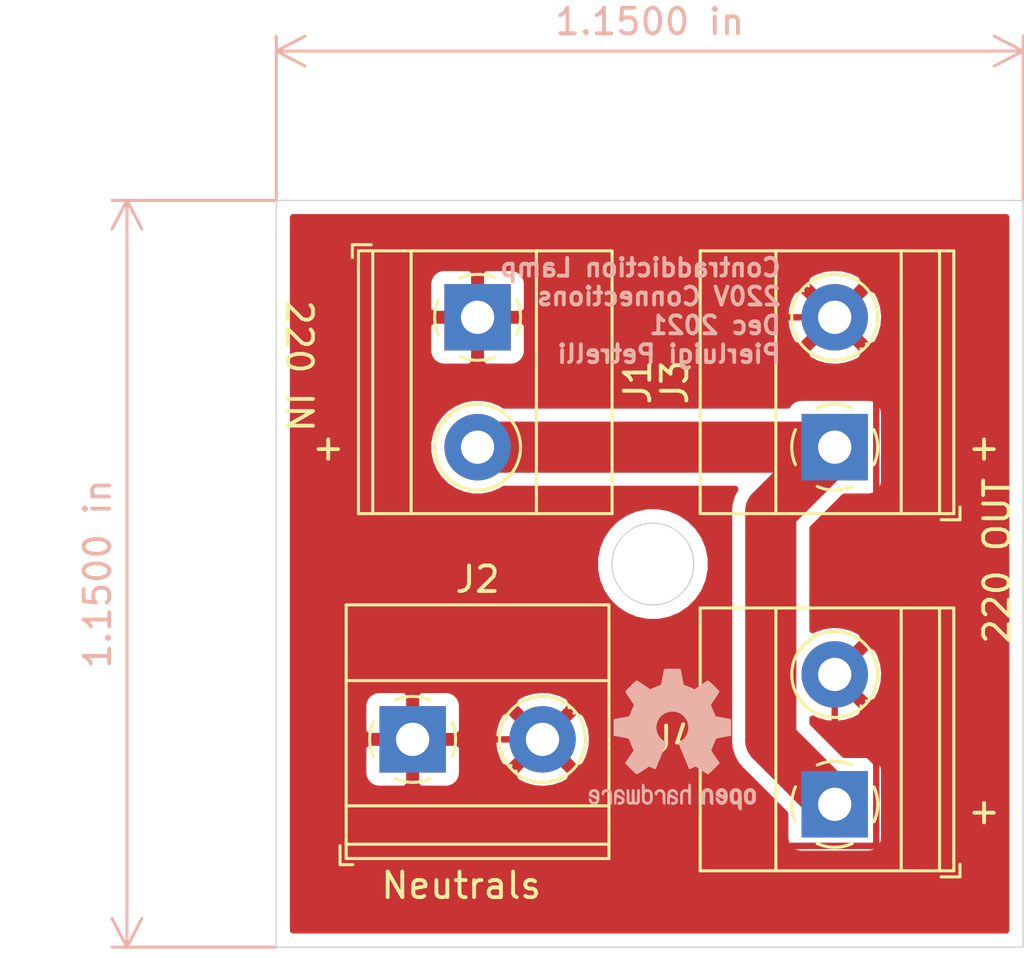
<source format=kicad_pcb>
(kicad_pcb (version 20171130) (host pcbnew "(5.1.12-1-10_14)")

  (general
    (thickness 1.6)
    (drawings 17)
    (tracks 15)
    (zones 0)
    (modules 5)
    (nets 3)
  )

  (page A4)
  (title_block
    (date 2021-12-04)
  )

  (layers
    (0 F.Cu signal)
    (31 B.Cu signal)
    (32 B.Adhes user)
    (33 F.Adhes user)
    (34 B.Paste user)
    (35 F.Paste user)
    (36 B.SilkS user)
    (37 F.SilkS user)
    (38 B.Mask user)
    (39 F.Mask user)
    (40 Dwgs.User user)
    (41 Cmts.User user)
    (42 Eco1.User user)
    (43 Eco2.User user)
    (44 Edge.Cuts user)
    (45 Margin user)
    (46 B.CrtYd user)
    (47 F.CrtYd user)
    (48 B.Fab user)
    (49 F.Fab user)
  )

  (setup
    (last_trace_width 2)
    (user_trace_width 1.25)
    (user_trace_width 2)
    (trace_clearance 0.2)
    (zone_clearance 0.508)
    (zone_45_only no)
    (trace_min 0.2)
    (via_size 0.8)
    (via_drill 0.4)
    (via_min_size 0.4)
    (via_min_drill 0.3)
    (uvia_size 0.3)
    (uvia_drill 0.1)
    (uvias_allowed no)
    (uvia_min_size 0.2)
    (uvia_min_drill 0.1)
    (edge_width 0.05)
    (segment_width 0.2)
    (pcb_text_width 0.3)
    (pcb_text_size 1.5 1.5)
    (mod_edge_width 0.12)
    (mod_text_size 1 1)
    (mod_text_width 0.15)
    (pad_size 1.524 1.524)
    (pad_drill 0.762)
    (pad_to_mask_clearance 0)
    (aux_axis_origin 0 0)
    (visible_elements FFFFFF7F)
    (pcbplotparams
      (layerselection 0x010fc_ffffffff)
      (usegerberextensions true)
      (usegerberattributes true)
      (usegerberadvancedattributes true)
      (creategerberjobfile true)
      (excludeedgelayer true)
      (linewidth 0.100000)
      (plotframeref false)
      (viasonmask false)
      (mode 1)
      (useauxorigin false)
      (hpglpennumber 1)
      (hpglpenspeed 20)
      (hpglpendiameter 15.000000)
      (psnegative false)
      (psa4output false)
      (plotreference true)
      (plotvalue true)
      (plotinvisibletext false)
      (padsonsilk false)
      (subtractmaskfromsilk false)
      (outputformat 1)
      (mirror false)
      (drillshape 0)
      (scaleselection 1)
      (outputdirectory "gerber/"))
  )

  (net 0 "")
  (net 1 /Line)
  (net 2 /Neutral)

  (net_class Default "This is the default net class."
    (clearance 0.2)
    (trace_width 0.25)
    (via_dia 0.8)
    (via_drill 0.4)
    (uvia_dia 0.3)
    (uvia_drill 0.1)
    (add_net /Line)
    (add_net /Neutral)
  )

  (module Symbol:OSHW-Logo2_7.3x6mm_SilkScreen (layer B.Cu) (tedit 0) (tstamp 61AC063E)
    (at 178.054 111.252 180)
    (descr "Open Source Hardware Symbol")
    (tags "Logo Symbol OSHW")
    (attr virtual)
    (fp_text reference REF** (at 0 0) (layer B.SilkS) hide
      (effects (font (size 1 1) (thickness 0.15)) (justify mirror))
    )
    (fp_text value OSHW-Logo2_7.3x6mm_SilkScreen (at 0.75 0) (layer B.Fab) hide
      (effects (font (size 1 1) (thickness 0.15)) (justify mirror))
    )
    (fp_poly (pts (xy -2.400256 -1.919918) (xy -2.344799 -1.947568) (xy -2.295852 -1.99848) (xy -2.282371 -2.017338)
      (xy -2.267686 -2.042015) (xy -2.258158 -2.068816) (xy -2.252707 -2.104587) (xy -2.250253 -2.156169)
      (xy -2.249714 -2.224267) (xy -2.252148 -2.317588) (xy -2.260606 -2.387657) (xy -2.276826 -2.439931)
      (xy -2.302546 -2.479869) (xy -2.339503 -2.512929) (xy -2.342218 -2.514886) (xy -2.37864 -2.534908)
      (xy -2.422498 -2.544815) (xy -2.478276 -2.547257) (xy -2.568952 -2.547257) (xy -2.56899 -2.635283)
      (xy -2.569834 -2.684308) (xy -2.574976 -2.713065) (xy -2.588413 -2.730311) (xy -2.614142 -2.744808)
      (xy -2.620321 -2.747769) (xy -2.649236 -2.761648) (xy -2.671624 -2.770414) (xy -2.688271 -2.771171)
      (xy -2.699964 -2.761023) (xy -2.70749 -2.737073) (xy -2.711634 -2.696426) (xy -2.713185 -2.636186)
      (xy -2.712929 -2.553455) (xy -2.711651 -2.445339) (xy -2.711252 -2.413) (xy -2.709815 -2.301524)
      (xy -2.708528 -2.228603) (xy -2.569029 -2.228603) (xy -2.568245 -2.290499) (xy -2.56476 -2.330997)
      (xy -2.556876 -2.357708) (xy -2.542895 -2.378244) (xy -2.533403 -2.38826) (xy -2.494596 -2.417567)
      (xy -2.460237 -2.419952) (xy -2.424784 -2.39575) (xy -2.423886 -2.394857) (xy -2.409461 -2.376153)
      (xy -2.400687 -2.350732) (xy -2.396261 -2.311584) (xy -2.394882 -2.251697) (xy -2.394857 -2.23843)
      (xy -2.398188 -2.155901) (xy -2.409031 -2.098691) (xy -2.42866 -2.063766) (xy -2.45835 -2.048094)
      (xy -2.475509 -2.046514) (xy -2.516234 -2.053926) (xy -2.544168 -2.07833) (xy -2.560983 -2.12298)
      (xy -2.56835 -2.19113) (xy -2.569029 -2.228603) (xy -2.708528 -2.228603) (xy -2.708292 -2.215245)
      (xy -2.706323 -2.150333) (xy -2.70355 -2.102958) (xy -2.699612 -2.06929) (xy -2.694151 -2.045498)
      (xy -2.686808 -2.027753) (xy -2.677223 -2.012224) (xy -2.673113 -2.006381) (xy -2.618595 -1.951185)
      (xy -2.549664 -1.91989) (xy -2.469928 -1.911165) (xy -2.400256 -1.919918)) (layer B.SilkS) (width 0.01))
    (fp_poly (pts (xy -1.283907 -1.92778) (xy -1.237328 -1.954723) (xy -1.204943 -1.981466) (xy -1.181258 -2.009484)
      (xy -1.164941 -2.043748) (xy -1.154661 -2.089227) (xy -1.149086 -2.150892) (xy -1.146884 -2.233711)
      (xy -1.146629 -2.293246) (xy -1.146629 -2.512391) (xy -1.208314 -2.540044) (xy -1.27 -2.567697)
      (xy -1.277257 -2.32767) (xy -1.280256 -2.238028) (xy -1.283402 -2.172962) (xy -1.287299 -2.128026)
      (xy -1.292553 -2.09877) (xy -1.299769 -2.080748) (xy -1.30955 -2.069511) (xy -1.312688 -2.067079)
      (xy -1.360239 -2.048083) (xy -1.408303 -2.0556) (xy -1.436914 -2.075543) (xy -1.448553 -2.089675)
      (xy -1.456609 -2.10822) (xy -1.461729 -2.136334) (xy -1.464559 -2.179173) (xy -1.465744 -2.241895)
      (xy -1.465943 -2.307261) (xy -1.465982 -2.389268) (xy -1.467386 -2.447316) (xy -1.472086 -2.486465)
      (xy -1.482013 -2.51178) (xy -1.499097 -2.528323) (xy -1.525268 -2.541156) (xy -1.560225 -2.554491)
      (xy -1.598404 -2.569007) (xy -1.593859 -2.311389) (xy -1.592029 -2.218519) (xy -1.589888 -2.149889)
      (xy -1.586819 -2.100711) (xy -1.582206 -2.066198) (xy -1.575432 -2.041562) (xy -1.565881 -2.022016)
      (xy -1.554366 -2.00477) (xy -1.49881 -1.94968) (xy -1.43102 -1.917822) (xy -1.357287 -1.910191)
      (xy -1.283907 -1.92778)) (layer B.SilkS) (width 0.01))
    (fp_poly (pts (xy -2.958885 -1.921962) (xy -2.890855 -1.957733) (xy -2.840649 -2.015301) (xy -2.822815 -2.052312)
      (xy -2.808937 -2.107882) (xy -2.801833 -2.178096) (xy -2.80116 -2.254727) (xy -2.806573 -2.329552)
      (xy -2.81773 -2.394342) (xy -2.834286 -2.440873) (xy -2.839374 -2.448887) (xy -2.899645 -2.508707)
      (xy -2.971231 -2.544535) (xy -3.048908 -2.55502) (xy -3.127452 -2.53881) (xy -3.149311 -2.529092)
      (xy -3.191878 -2.499143) (xy -3.229237 -2.459433) (xy -3.232768 -2.454397) (xy -3.247119 -2.430124)
      (xy -3.256606 -2.404178) (xy -3.26221 -2.370022) (xy -3.264914 -2.321119) (xy -3.265701 -2.250935)
      (xy -3.265714 -2.2352) (xy -3.265678 -2.230192) (xy -3.120571 -2.230192) (xy -3.119727 -2.29643)
      (xy -3.116404 -2.340386) (xy -3.109417 -2.368779) (xy -3.097584 -2.388325) (xy -3.091543 -2.394857)
      (xy -3.056814 -2.41968) (xy -3.023097 -2.418548) (xy -2.989005 -2.397016) (xy -2.968671 -2.374029)
      (xy -2.956629 -2.340478) (xy -2.949866 -2.287569) (xy -2.949402 -2.281399) (xy -2.948248 -2.185513)
      (xy -2.960312 -2.114299) (xy -2.98543 -2.068194) (xy -3.02344 -2.047635) (xy -3.037008 -2.046514)
      (xy -3.072636 -2.052152) (xy -3.097006 -2.071686) (xy -3.111907 -2.109042) (xy -3.119125 -2.16815)
      (xy -3.120571 -2.230192) (xy -3.265678 -2.230192) (xy -3.265174 -2.160413) (xy -3.262904 -2.108159)
      (xy -3.257932 -2.071949) (xy -3.249287 -2.045299) (xy -3.235995 -2.021722) (xy -3.233057 -2.017338)
      (xy -3.183687 -1.958249) (xy -3.129891 -1.923947) (xy -3.064398 -1.910331) (xy -3.042158 -1.909665)
      (xy -2.958885 -1.921962)) (layer B.SilkS) (width 0.01))
    (fp_poly (pts (xy -1.831697 -1.931239) (xy -1.774473 -1.969735) (xy -1.730251 -2.025335) (xy -1.703833 -2.096086)
      (xy -1.69849 -2.148162) (xy -1.699097 -2.169893) (xy -1.704178 -2.186531) (xy -1.718145 -2.201437)
      (xy -1.745411 -2.217973) (xy -1.790388 -2.239498) (xy -1.857489 -2.269374) (xy -1.857829 -2.269524)
      (xy -1.919593 -2.297813) (xy -1.970241 -2.322933) (xy -2.004596 -2.342179) (xy -2.017482 -2.352848)
      (xy -2.017486 -2.352934) (xy -2.006128 -2.376166) (xy -1.979569 -2.401774) (xy -1.949077 -2.420221)
      (xy -1.93363 -2.423886) (xy -1.891485 -2.411212) (xy -1.855192 -2.379471) (xy -1.837483 -2.344572)
      (xy -1.820448 -2.318845) (xy -1.787078 -2.289546) (xy -1.747851 -2.264235) (xy -1.713244 -2.250471)
      (xy -1.706007 -2.249714) (xy -1.697861 -2.26216) (xy -1.69737 -2.293972) (xy -1.703357 -2.336866)
      (xy -1.714643 -2.382558) (xy -1.73005 -2.422761) (xy -1.730829 -2.424322) (xy -1.777196 -2.489062)
      (xy -1.837289 -2.533097) (xy -1.905535 -2.554711) (xy -1.976362 -2.552185) (xy -2.044196 -2.523804)
      (xy -2.047212 -2.521808) (xy -2.100573 -2.473448) (xy -2.13566 -2.410352) (xy -2.155078 -2.327387)
      (xy -2.157684 -2.304078) (xy -2.162299 -2.194055) (xy -2.156767 -2.142748) (xy -2.017486 -2.142748)
      (xy -2.015676 -2.174753) (xy -2.005778 -2.184093) (xy -1.981102 -2.177105) (xy -1.942205 -2.160587)
      (xy -1.898725 -2.139881) (xy -1.897644 -2.139333) (xy -1.860791 -2.119949) (xy -1.846 -2.107013)
      (xy -1.849647 -2.093451) (xy -1.865005 -2.075632) (xy -1.904077 -2.049845) (xy -1.946154 -2.04795)
      (xy -1.983897 -2.066717) (xy -2.009966 -2.102915) (xy -2.017486 -2.142748) (xy -2.156767 -2.142748)
      (xy -2.152806 -2.106027) (xy -2.12845 -2.036212) (xy -2.094544 -1.987302) (xy -2.033347 -1.937878)
      (xy -1.965937 -1.913359) (xy -1.89712 -1.911797) (xy -1.831697 -1.931239)) (layer B.SilkS) (width 0.01))
    (fp_poly (pts (xy -0.624114 -1.851289) (xy -0.619861 -1.910613) (xy -0.614975 -1.945572) (xy -0.608205 -1.96082)
      (xy -0.598298 -1.961015) (xy -0.595086 -1.959195) (xy -0.552356 -1.946015) (xy -0.496773 -1.946785)
      (xy -0.440263 -1.960333) (xy -0.404918 -1.977861) (xy -0.368679 -2.005861) (xy -0.342187 -2.037549)
      (xy -0.324001 -2.077813) (xy -0.312678 -2.131543) (xy -0.306778 -2.203626) (xy -0.304857 -2.298951)
      (xy -0.304823 -2.317237) (xy -0.3048 -2.522646) (xy -0.350509 -2.53858) (xy -0.382973 -2.54942)
      (xy -0.400785 -2.554468) (xy -0.401309 -2.554514) (xy -0.403063 -2.540828) (xy -0.404556 -2.503076)
      (xy -0.405674 -2.446224) (xy -0.406303 -2.375234) (xy -0.4064 -2.332073) (xy -0.406602 -2.246973)
      (xy -0.407642 -2.185981) (xy -0.410169 -2.144177) (xy -0.414836 -2.116642) (xy -0.422293 -2.098456)
      (xy -0.433189 -2.084698) (xy -0.439993 -2.078073) (xy -0.486728 -2.051375) (xy -0.537728 -2.049375)
      (xy -0.583999 -2.071955) (xy -0.592556 -2.080107) (xy -0.605107 -2.095436) (xy -0.613812 -2.113618)
      (xy -0.619369 -2.139909) (xy -0.622474 -2.179562) (xy -0.623824 -2.237832) (xy -0.624114 -2.318173)
      (xy -0.624114 -2.522646) (xy -0.669823 -2.53858) (xy -0.702287 -2.54942) (xy -0.720099 -2.554468)
      (xy -0.720623 -2.554514) (xy -0.721963 -2.540623) (xy -0.723172 -2.501439) (xy -0.724199 -2.4407)
      (xy -0.724998 -2.362141) (xy -0.725519 -2.269498) (xy -0.725714 -2.166509) (xy -0.725714 -1.769342)
      (xy -0.678543 -1.749444) (xy -0.631371 -1.729547) (xy -0.624114 -1.851289)) (layer B.SilkS) (width 0.01))
    (fp_poly (pts (xy 0.039744 -1.950968) (xy 0.096616 -1.972087) (xy 0.097267 -1.972493) (xy 0.13244 -1.99838)
      (xy 0.158407 -2.028633) (xy 0.17667 -2.068058) (xy 0.188732 -2.121462) (xy 0.196096 -2.193651)
      (xy 0.200264 -2.289432) (xy 0.200629 -2.303078) (xy 0.205876 -2.508842) (xy 0.161716 -2.531678)
      (xy 0.129763 -2.54711) (xy 0.11047 -2.554423) (xy 0.109578 -2.554514) (xy 0.106239 -2.541022)
      (xy 0.103587 -2.504626) (xy 0.101956 -2.451452) (xy 0.1016 -2.408393) (xy 0.101592 -2.338641)
      (xy 0.098403 -2.294837) (xy 0.087288 -2.273944) (xy 0.063501 -2.272925) (xy 0.022296 -2.288741)
      (xy -0.039914 -2.317815) (xy -0.085659 -2.341963) (xy -0.109187 -2.362913) (xy -0.116104 -2.385747)
      (xy -0.116114 -2.386877) (xy -0.104701 -2.426212) (xy -0.070908 -2.447462) (xy -0.019191 -2.450539)
      (xy 0.018061 -2.450006) (xy 0.037703 -2.460735) (xy 0.049952 -2.486505) (xy 0.057002 -2.519337)
      (xy 0.046842 -2.537966) (xy 0.043017 -2.540632) (xy 0.007001 -2.55134) (xy -0.043434 -2.552856)
      (xy -0.095374 -2.545759) (xy -0.132178 -2.532788) (xy -0.183062 -2.489585) (xy -0.211986 -2.429446)
      (xy -0.217714 -2.382462) (xy -0.213343 -2.340082) (xy -0.197525 -2.305488) (xy -0.166203 -2.274763)
      (xy -0.115322 -2.24399) (xy -0.040824 -2.209252) (xy -0.036286 -2.207288) (xy 0.030821 -2.176287)
      (xy 0.072232 -2.150862) (xy 0.089981 -2.128014) (xy 0.086107 -2.104745) (xy 0.062643 -2.078056)
      (xy 0.055627 -2.071914) (xy 0.00863 -2.0481) (xy -0.040067 -2.049103) (xy -0.082478 -2.072451)
      (xy -0.110616 -2.115675) (xy -0.113231 -2.12416) (xy -0.138692 -2.165308) (xy -0.170999 -2.185128)
      (xy -0.217714 -2.20477) (xy -0.217714 -2.15395) (xy -0.203504 -2.080082) (xy -0.161325 -2.012327)
      (xy -0.139376 -1.989661) (xy -0.089483 -1.960569) (xy -0.026033 -1.9474) (xy 0.039744 -1.950968)) (layer B.SilkS) (width 0.01))
    (fp_poly (pts (xy 0.529926 -1.949755) (xy 0.595858 -1.974084) (xy 0.649273 -2.017117) (xy 0.670164 -2.047409)
      (xy 0.692939 -2.102994) (xy 0.692466 -2.143186) (xy 0.668562 -2.170217) (xy 0.659717 -2.174813)
      (xy 0.62153 -2.189144) (xy 0.602028 -2.185472) (xy 0.595422 -2.161407) (xy 0.595086 -2.148114)
      (xy 0.582992 -2.09921) (xy 0.551471 -2.064999) (xy 0.507659 -2.048476) (xy 0.458695 -2.052634)
      (xy 0.418894 -2.074227) (xy 0.40545 -2.086544) (xy 0.395921 -2.101487) (xy 0.389485 -2.124075)
      (xy 0.385317 -2.159328) (xy 0.382597 -2.212266) (xy 0.380502 -2.287907) (xy 0.37996 -2.311857)
      (xy 0.377981 -2.39379) (xy 0.375731 -2.451455) (xy 0.372357 -2.489608) (xy 0.367006 -2.513004)
      (xy 0.358824 -2.526398) (xy 0.346959 -2.534545) (xy 0.339362 -2.538144) (xy 0.307102 -2.550452)
      (xy 0.288111 -2.554514) (xy 0.281836 -2.540948) (xy 0.278006 -2.499934) (xy 0.2766 -2.430999)
      (xy 0.277598 -2.333669) (xy 0.277908 -2.318657) (xy 0.280101 -2.229859) (xy 0.282693 -2.165019)
      (xy 0.286382 -2.119067) (xy 0.291864 -2.086935) (xy 0.299835 -2.063553) (xy 0.310993 -2.043852)
      (xy 0.31683 -2.03541) (xy 0.350296 -1.998057) (xy 0.387727 -1.969003) (xy 0.392309 -1.966467)
      (xy 0.459426 -1.946443) (xy 0.529926 -1.949755)) (layer B.SilkS) (width 0.01))
    (fp_poly (pts (xy 1.190117 -2.065358) (xy 1.189933 -2.173837) (xy 1.189219 -2.257287) (xy 1.187675 -2.319704)
      (xy 1.185001 -2.365085) (xy 1.180894 -2.397429) (xy 1.175055 -2.420733) (xy 1.167182 -2.438995)
      (xy 1.161221 -2.449418) (xy 1.111855 -2.505945) (xy 1.049264 -2.541377) (xy 0.980013 -2.55409)
      (xy 0.910668 -2.542463) (xy 0.869375 -2.521568) (xy 0.826025 -2.485422) (xy 0.796481 -2.441276)
      (xy 0.778655 -2.383462) (xy 0.770463 -2.306313) (xy 0.769302 -2.249714) (xy 0.769458 -2.245647)
      (xy 0.870857 -2.245647) (xy 0.871476 -2.31055) (xy 0.874314 -2.353514) (xy 0.88084 -2.381622)
      (xy 0.892523 -2.401953) (xy 0.906483 -2.417288) (xy 0.953365 -2.44689) (xy 1.003701 -2.449419)
      (xy 1.051276 -2.424705) (xy 1.054979 -2.421356) (xy 1.070783 -2.403935) (xy 1.080693 -2.383209)
      (xy 1.086058 -2.352362) (xy 1.088228 -2.304577) (xy 1.088571 -2.251748) (xy 1.087827 -2.185381)
      (xy 1.084748 -2.141106) (xy 1.078061 -2.112009) (xy 1.066496 -2.091173) (xy 1.057013 -2.080107)
      (xy 1.01296 -2.052198) (xy 0.962224 -2.048843) (xy 0.913796 -2.070159) (xy 0.90445 -2.078073)
      (xy 0.88854 -2.095647) (xy 0.87861 -2.116587) (xy 0.873278 -2.147782) (xy 0.871163 -2.196122)
      (xy 0.870857 -2.245647) (xy 0.769458 -2.245647) (xy 0.77281 -2.158568) (xy 0.784726 -2.090086)
      (xy 0.807135 -2.0386) (xy 0.842124 -1.998443) (xy 0.869375 -1.977861) (xy 0.918907 -1.955625)
      (xy 0.976316 -1.945304) (xy 1.029682 -1.948067) (xy 1.059543 -1.959212) (xy 1.071261 -1.962383)
      (xy 1.079037 -1.950557) (xy 1.084465 -1.918866) (xy 1.088571 -1.870593) (xy 1.093067 -1.816829)
      (xy 1.099313 -1.784482) (xy 1.110676 -1.765985) (xy 1.130528 -1.75377) (xy 1.143 -1.748362)
      (xy 1.190171 -1.728601) (xy 1.190117 -2.065358)) (layer B.SilkS) (width 0.01))
    (fp_poly (pts (xy 1.779833 -1.958663) (xy 1.782048 -1.99685) (xy 1.783784 -2.054886) (xy 1.784899 -2.12818)
      (xy 1.785257 -2.205055) (xy 1.785257 -2.465196) (xy 1.739326 -2.511127) (xy 1.707675 -2.539429)
      (xy 1.67989 -2.550893) (xy 1.641915 -2.550168) (xy 1.62684 -2.548321) (xy 1.579726 -2.542948)
      (xy 1.540756 -2.539869) (xy 1.531257 -2.539585) (xy 1.499233 -2.541445) (xy 1.453432 -2.546114)
      (xy 1.435674 -2.548321) (xy 1.392057 -2.551735) (xy 1.362745 -2.54432) (xy 1.33368 -2.521427)
      (xy 1.323188 -2.511127) (xy 1.277257 -2.465196) (xy 1.277257 -1.978602) (xy 1.314226 -1.961758)
      (xy 1.346059 -1.949282) (xy 1.364683 -1.944914) (xy 1.369458 -1.958718) (xy 1.373921 -1.997286)
      (xy 1.377775 -2.056356) (xy 1.380722 -2.131663) (xy 1.382143 -2.195286) (xy 1.386114 -2.445657)
      (xy 1.420759 -2.450556) (xy 1.452268 -2.447131) (xy 1.467708 -2.436041) (xy 1.472023 -2.415308)
      (xy 1.475708 -2.371145) (xy 1.478469 -2.309146) (xy 1.480012 -2.234909) (xy 1.480235 -2.196706)
      (xy 1.480457 -1.976783) (xy 1.526166 -1.960849) (xy 1.558518 -1.950015) (xy 1.576115 -1.944962)
      (xy 1.576623 -1.944914) (xy 1.578388 -1.958648) (xy 1.580329 -1.99673) (xy 1.582282 -2.054482)
      (xy 1.584084 -2.127227) (xy 1.585343 -2.195286) (xy 1.589314 -2.445657) (xy 1.6764 -2.445657)
      (xy 1.680396 -2.21724) (xy 1.684392 -1.988822) (xy 1.726847 -1.966868) (xy 1.758192 -1.951793)
      (xy 1.776744 -1.944951) (xy 1.777279 -1.944914) (xy 1.779833 -1.958663)) (layer B.SilkS) (width 0.01))
    (fp_poly (pts (xy 2.144876 -1.956335) (xy 2.186667 -1.975344) (xy 2.219469 -1.998378) (xy 2.243503 -2.024133)
      (xy 2.260097 -2.057358) (xy 2.270577 -2.1028) (xy 2.276271 -2.165207) (xy 2.278507 -2.249327)
      (xy 2.278743 -2.304721) (xy 2.278743 -2.520826) (xy 2.241774 -2.53767) (xy 2.212656 -2.549981)
      (xy 2.198231 -2.554514) (xy 2.195472 -2.541025) (xy 2.193282 -2.504653) (xy 2.191942 -2.451542)
      (xy 2.191657 -2.409372) (xy 2.190434 -2.348447) (xy 2.187136 -2.300115) (xy 2.182321 -2.270518)
      (xy 2.178496 -2.264229) (xy 2.152783 -2.270652) (xy 2.112418 -2.287125) (xy 2.065679 -2.309458)
      (xy 2.020845 -2.333457) (xy 1.986193 -2.35493) (xy 1.970002 -2.369685) (xy 1.969938 -2.369845)
      (xy 1.97133 -2.397152) (xy 1.983818 -2.423219) (xy 2.005743 -2.444392) (xy 2.037743 -2.451474)
      (xy 2.065092 -2.450649) (xy 2.103826 -2.450042) (xy 2.124158 -2.459116) (xy 2.136369 -2.483092)
      (xy 2.137909 -2.487613) (xy 2.143203 -2.521806) (xy 2.129047 -2.542568) (xy 2.092148 -2.552462)
      (xy 2.052289 -2.554292) (xy 1.980562 -2.540727) (xy 1.943432 -2.521355) (xy 1.897576 -2.475845)
      (xy 1.873256 -2.419983) (xy 1.871073 -2.360957) (xy 1.891629 -2.305953) (xy 1.922549 -2.271486)
      (xy 1.95342 -2.252189) (xy 2.001942 -2.227759) (xy 2.058485 -2.202985) (xy 2.06791 -2.199199)
      (xy 2.130019 -2.171791) (xy 2.165822 -2.147634) (xy 2.177337 -2.123619) (xy 2.16658 -2.096635)
      (xy 2.148114 -2.075543) (xy 2.104469 -2.049572) (xy 2.056446 -2.047624) (xy 2.012406 -2.067637)
      (xy 1.980709 -2.107551) (xy 1.976549 -2.117848) (xy 1.952327 -2.155724) (xy 1.916965 -2.183842)
      (xy 1.872343 -2.206917) (xy 1.872343 -2.141485) (xy 1.874969 -2.101506) (xy 1.88623 -2.069997)
      (xy 1.911199 -2.036378) (xy 1.935169 -2.010484) (xy 1.972441 -1.973817) (xy 2.001401 -1.954121)
      (xy 2.032505 -1.94622) (xy 2.067713 -1.944914) (xy 2.144876 -1.956335)) (layer B.SilkS) (width 0.01))
    (fp_poly (pts (xy 2.6526 -1.958752) (xy 2.669948 -1.966334) (xy 2.711356 -1.999128) (xy 2.746765 -2.046547)
      (xy 2.768664 -2.097151) (xy 2.772229 -2.122098) (xy 2.760279 -2.156927) (xy 2.734067 -2.175357)
      (xy 2.705964 -2.186516) (xy 2.693095 -2.188572) (xy 2.686829 -2.173649) (xy 2.674456 -2.141175)
      (xy 2.669028 -2.126502) (xy 2.63859 -2.075744) (xy 2.59452 -2.050427) (xy 2.53801 -2.051206)
      (xy 2.533825 -2.052203) (xy 2.503655 -2.066507) (xy 2.481476 -2.094393) (xy 2.466327 -2.139287)
      (xy 2.45725 -2.204615) (xy 2.453286 -2.293804) (xy 2.452914 -2.341261) (xy 2.45273 -2.416071)
      (xy 2.451522 -2.467069) (xy 2.448309 -2.499471) (xy 2.442109 -2.518495) (xy 2.43194 -2.529356)
      (xy 2.416819 -2.537272) (xy 2.415946 -2.53767) (xy 2.386828 -2.549981) (xy 2.372403 -2.554514)
      (xy 2.370186 -2.540809) (xy 2.368289 -2.502925) (xy 2.366847 -2.445715) (xy 2.365998 -2.374027)
      (xy 2.365829 -2.321565) (xy 2.366692 -2.220047) (xy 2.37007 -2.143032) (xy 2.377142 -2.086023)
      (xy 2.389088 -2.044526) (xy 2.40709 -2.014043) (xy 2.432327 -1.99008) (xy 2.457247 -1.973355)
      (xy 2.517171 -1.951097) (xy 2.586911 -1.946076) (xy 2.6526 -1.958752)) (layer B.SilkS) (width 0.01))
    (fp_poly (pts (xy 3.153595 -1.966966) (xy 3.211021 -2.004497) (xy 3.238719 -2.038096) (xy 3.260662 -2.099064)
      (xy 3.262405 -2.147308) (xy 3.258457 -2.211816) (xy 3.109686 -2.276934) (xy 3.037349 -2.310202)
      (xy 2.990084 -2.336964) (xy 2.965507 -2.360144) (xy 2.961237 -2.382667) (xy 2.974889 -2.407455)
      (xy 2.989943 -2.423886) (xy 3.033746 -2.450235) (xy 3.081389 -2.452081) (xy 3.125145 -2.431546)
      (xy 3.157289 -2.390752) (xy 3.163038 -2.376347) (xy 3.190576 -2.331356) (xy 3.222258 -2.312182)
      (xy 3.265714 -2.295779) (xy 3.265714 -2.357966) (xy 3.261872 -2.400283) (xy 3.246823 -2.435969)
      (xy 3.21528 -2.476943) (xy 3.210592 -2.482267) (xy 3.175506 -2.51872) (xy 3.145347 -2.538283)
      (xy 3.107615 -2.547283) (xy 3.076335 -2.55023) (xy 3.020385 -2.550965) (xy 2.980555 -2.54166)
      (xy 2.955708 -2.527846) (xy 2.916656 -2.497467) (xy 2.889625 -2.464613) (xy 2.872517 -2.423294)
      (xy 2.863238 -2.367521) (xy 2.859693 -2.291305) (xy 2.85941 -2.252622) (xy 2.860372 -2.206247)
      (xy 2.948007 -2.206247) (xy 2.949023 -2.231126) (xy 2.951556 -2.2352) (xy 2.968274 -2.229665)
      (xy 3.004249 -2.215017) (xy 3.052331 -2.19419) (xy 3.062386 -2.189714) (xy 3.123152 -2.158814)
      (xy 3.156632 -2.131657) (xy 3.16399 -2.10622) (xy 3.146391 -2.080481) (xy 3.131856 -2.069109)
      (xy 3.07941 -2.046364) (xy 3.030322 -2.050122) (xy 2.989227 -2.077884) (xy 2.960758 -2.127152)
      (xy 2.951631 -2.166257) (xy 2.948007 -2.206247) (xy 2.860372 -2.206247) (xy 2.861285 -2.162249)
      (xy 2.868196 -2.095384) (xy 2.881884 -2.046695) (xy 2.904096 -2.010849) (xy 2.936574 -1.982513)
      (xy 2.950733 -1.973355) (xy 3.015053 -1.949507) (xy 3.085473 -1.948006) (xy 3.153595 -1.966966)) (layer B.SilkS) (width 0.01))
    (fp_poly (pts (xy 0.10391 2.757652) (xy 0.182454 2.757222) (xy 0.239298 2.756058) (xy 0.278105 2.753793)
      (xy 0.302538 2.75006) (xy 0.316262 2.744494) (xy 0.32294 2.736727) (xy 0.326236 2.726395)
      (xy 0.326556 2.725057) (xy 0.331562 2.700921) (xy 0.340829 2.653299) (xy 0.353392 2.587259)
      (xy 0.368287 2.507872) (xy 0.384551 2.420204) (xy 0.385119 2.417125) (xy 0.40141 2.331211)
      (xy 0.416652 2.255304) (xy 0.429861 2.193955) (xy 0.440054 2.151718) (xy 0.446248 2.133145)
      (xy 0.446543 2.132816) (xy 0.464788 2.123747) (xy 0.502405 2.108633) (xy 0.551271 2.090738)
      (xy 0.551543 2.090642) (xy 0.613093 2.067507) (xy 0.685657 2.038035) (xy 0.754057 2.008403)
      (xy 0.757294 2.006938) (xy 0.868702 1.956374) (xy 1.115399 2.12484) (xy 1.191077 2.176197)
      (xy 1.259631 2.222111) (xy 1.317088 2.25997) (xy 1.359476 2.287163) (xy 1.382825 2.301079)
      (xy 1.385042 2.302111) (xy 1.40201 2.297516) (xy 1.433701 2.275345) (xy 1.481352 2.234553)
      (xy 1.546198 2.174095) (xy 1.612397 2.109773) (xy 1.676214 2.046388) (xy 1.733329 1.988549)
      (xy 1.780305 1.939825) (xy 1.813703 1.90379) (xy 1.830085 1.884016) (xy 1.830694 1.882998)
      (xy 1.832505 1.869428) (xy 1.825683 1.847267) (xy 1.80854 1.813522) (xy 1.779393 1.7652)
      (xy 1.736555 1.699308) (xy 1.679448 1.614483) (xy 1.628766 1.539823) (xy 1.583461 1.47286)
      (xy 1.54615 1.417484) (xy 1.519452 1.37758) (xy 1.505985 1.357038) (xy 1.505137 1.355644)
      (xy 1.506781 1.335962) (xy 1.519245 1.297707) (xy 1.540048 1.248111) (xy 1.547462 1.232272)
      (xy 1.579814 1.16171) (xy 1.614328 1.081647) (xy 1.642365 1.012371) (xy 1.662568 0.960955)
      (xy 1.678615 0.921881) (xy 1.687888 0.901459) (xy 1.689041 0.899886) (xy 1.706096 0.897279)
      (xy 1.746298 0.890137) (xy 1.804302 0.879477) (xy 1.874763 0.866315) (xy 1.952335 0.851667)
      (xy 2.031672 0.836551) (xy 2.107431 0.821982) (xy 2.174264 0.808978) (xy 2.226828 0.798555)
      (xy 2.259776 0.79173) (xy 2.267857 0.789801) (xy 2.276205 0.785038) (xy 2.282506 0.774282)
      (xy 2.287045 0.753902) (xy 2.290104 0.720266) (xy 2.291967 0.669745) (xy 2.292918 0.598708)
      (xy 2.29324 0.503524) (xy 2.293257 0.464508) (xy 2.293257 0.147201) (xy 2.217057 0.132161)
      (xy 2.174663 0.124005) (xy 2.1114 0.112101) (xy 2.034962 0.097884) (xy 1.953043 0.08279)
      (xy 1.9304 0.078645) (xy 1.854806 0.063947) (xy 1.788953 0.049495) (xy 1.738366 0.036625)
      (xy 1.708574 0.026678) (xy 1.703612 0.023713) (xy 1.691426 0.002717) (xy 1.673953 -0.037967)
      (xy 1.654577 -0.090322) (xy 1.650734 -0.1016) (xy 1.625339 -0.171523) (xy 1.593817 -0.250418)
      (xy 1.562969 -0.321266) (xy 1.562817 -0.321595) (xy 1.511447 -0.432733) (xy 1.680399 -0.681253)
      (xy 1.849352 -0.929772) (xy 1.632429 -1.147058) (xy 1.566819 -1.211726) (xy 1.506979 -1.268733)
      (xy 1.456267 -1.315033) (xy 1.418046 -1.347584) (xy 1.395675 -1.363343) (xy 1.392466 -1.364343)
      (xy 1.373626 -1.356469) (xy 1.33518 -1.334578) (xy 1.28133 -1.301267) (xy 1.216276 -1.259131)
      (xy 1.14594 -1.211943) (xy 1.074555 -1.16381) (xy 1.010908 -1.121928) (xy 0.959041 -1.088871)
      (xy 0.922995 -1.067218) (xy 0.906867 -1.059543) (xy 0.887189 -1.066037) (xy 0.849875 -1.08315)
      (xy 0.802621 -1.107326) (xy 0.797612 -1.110013) (xy 0.733977 -1.141927) (xy 0.690341 -1.157579)
      (xy 0.663202 -1.157745) (xy 0.649057 -1.143204) (xy 0.648975 -1.143) (xy 0.641905 -1.125779)
      (xy 0.625042 -1.084899) (xy 0.599695 -1.023525) (xy 0.567171 -0.944819) (xy 0.528778 -0.851947)
      (xy 0.485822 -0.748072) (xy 0.444222 -0.647502) (xy 0.398504 -0.536516) (xy 0.356526 -0.433703)
      (xy 0.319548 -0.342215) (xy 0.288827 -0.265201) (xy 0.265622 -0.205815) (xy 0.25119 -0.167209)
      (xy 0.246743 -0.1528) (xy 0.257896 -0.136272) (xy 0.287069 -0.10993) (xy 0.325971 -0.080887)
      (xy 0.436757 0.010961) (xy 0.523351 0.116241) (xy 0.584716 0.232734) (xy 0.619815 0.358224)
      (xy 0.627608 0.490493) (xy 0.621943 0.551543) (xy 0.591078 0.678205) (xy 0.53792 0.790059)
      (xy 0.465767 0.885999) (xy 0.377917 0.964924) (xy 0.277665 1.02573) (xy 0.16831 1.067313)
      (xy 0.053147 1.088572) (xy -0.064525 1.088401) (xy -0.18141 1.065699) (xy -0.294211 1.019362)
      (xy -0.399631 0.948287) (xy -0.443632 0.908089) (xy -0.528021 0.804871) (xy -0.586778 0.692075)
      (xy -0.620296 0.57299) (xy -0.628965 0.450905) (xy -0.613177 0.329107) (xy -0.573322 0.210884)
      (xy -0.509793 0.099525) (xy -0.422979 -0.001684) (xy -0.325971 -0.080887) (xy -0.285563 -0.111162)
      (xy -0.257018 -0.137219) (xy -0.246743 -0.152825) (xy -0.252123 -0.169843) (xy -0.267425 -0.2105)
      (xy -0.291388 -0.271642) (xy -0.322756 -0.350119) (xy -0.360268 -0.44278) (xy -0.402667 -0.546472)
      (xy -0.444337 -0.647526) (xy -0.49031 -0.758607) (xy -0.532893 -0.861541) (xy -0.570779 -0.953165)
      (xy -0.60266 -1.030316) (xy -0.627229 -1.089831) (xy -0.64318 -1.128544) (xy -0.64909 -1.143)
      (xy -0.663052 -1.157685) (xy -0.69006 -1.157642) (xy -0.733587 -1.142099) (xy -0.79711 -1.110284)
      (xy -0.797612 -1.110013) (xy -0.84544 -1.085323) (xy -0.884103 -1.067338) (xy -0.905905 -1.059614)
      (xy -0.906867 -1.059543) (xy -0.923279 -1.067378) (xy -0.959513 -1.089165) (xy -1.011526 -1.122328)
      (xy -1.075275 -1.164291) (xy -1.14594 -1.211943) (xy -1.217884 -1.260191) (xy -1.282726 -1.302151)
      (xy -1.336265 -1.335227) (xy -1.374303 -1.356821) (xy -1.392467 -1.364343) (xy -1.409192 -1.354457)
      (xy -1.44282 -1.326826) (xy -1.48999 -1.284495) (xy -1.547342 -1.230505) (xy -1.611516 -1.167899)
      (xy -1.632503 -1.146983) (xy -1.849501 -0.929623) (xy -1.684332 -0.68722) (xy -1.634136 -0.612781)
      (xy -1.590081 -0.545972) (xy -1.554638 -0.490665) (xy -1.530281 -0.450729) (xy -1.519478 -0.430036)
      (xy -1.519162 -0.428563) (xy -1.524857 -0.409058) (xy -1.540174 -0.369822) (xy -1.562463 -0.31743)
      (xy -1.578107 -0.282355) (xy -1.607359 -0.215201) (xy -1.634906 -0.147358) (xy -1.656263 -0.090034)
      (xy -1.662065 -0.072572) (xy -1.678548 -0.025938) (xy -1.69466 0.010095) (xy -1.70351 0.023713)
      (xy -1.72304 0.032048) (xy -1.765666 0.043863) (xy -1.825855 0.057819) (xy -1.898078 0.072578)
      (xy -1.9304 0.078645) (xy -2.012478 0.093727) (xy -2.091205 0.108331) (xy -2.158891 0.12102)
      (xy -2.20784 0.130358) (xy -2.217057 0.132161) (xy -2.293257 0.147201) (xy -2.293257 0.464508)
      (xy -2.293086 0.568846) (xy -2.292384 0.647787) (xy -2.290866 0.704962) (xy -2.288251 0.744001)
      (xy -2.284254 0.768535) (xy -2.278591 0.782195) (xy -2.27098 0.788611) (xy -2.267857 0.789801)
      (xy -2.249022 0.79402) (xy -2.207412 0.802438) (xy -2.14837 0.814039) (xy -2.077243 0.827805)
      (xy -1.999375 0.84272) (xy -1.920113 0.857768) (xy -1.844802 0.871931) (xy -1.778787 0.884194)
      (xy -1.727413 0.893539) (xy -1.696025 0.89895) (xy -1.689041 0.899886) (xy -1.682715 0.912404)
      (xy -1.66871 0.945754) (xy -1.649645 0.993623) (xy -1.642366 1.012371) (xy -1.613004 1.084805)
      (xy -1.578429 1.16483) (xy -1.547463 1.232272) (xy -1.524677 1.283841) (xy -1.509518 1.326215)
      (xy -1.504458 1.352166) (xy -1.505264 1.355644) (xy -1.515959 1.372064) (xy -1.54038 1.408583)
      (xy -1.575905 1.461313) (xy -1.619913 1.526365) (xy -1.669783 1.599849) (xy -1.679644 1.614355)
      (xy -1.737508 1.700296) (xy -1.780044 1.765739) (xy -1.808946 1.813696) (xy -1.82591 1.84718)
      (xy -1.832633 1.869205) (xy -1.83081 1.882783) (xy -1.830764 1.882869) (xy -1.816414 1.900703)
      (xy -1.784677 1.935183) (xy -1.73899 1.982732) (xy -1.682796 2.039778) (xy -1.619532 2.102745)
      (xy -1.612398 2.109773) (xy -1.53267 2.18698) (xy -1.471143 2.24367) (xy -1.426579 2.28089)
      (xy -1.397743 2.299685) (xy -1.385042 2.302111) (xy -1.366506 2.291529) (xy -1.328039 2.267084)
      (xy -1.273614 2.231388) (xy -1.207202 2.187053) (xy -1.132775 2.136689) (xy -1.115399 2.12484)
      (xy -0.868703 1.956374) (xy -0.757294 2.006938) (xy -0.689543 2.036405) (xy -0.616817 2.066041)
      (xy -0.554297 2.08967) (xy -0.551543 2.090642) (xy -0.50264 2.108543) (xy -0.464943 2.12368)
      (xy -0.446575 2.13279) (xy -0.446544 2.132816) (xy -0.440715 2.149283) (xy -0.430808 2.189781)
      (xy -0.417805 2.249758) (xy -0.402691 2.32466) (xy -0.386448 2.409936) (xy -0.385119 2.417125)
      (xy -0.368825 2.504986) (xy -0.353867 2.58474) (xy -0.341209 2.651319) (xy -0.331814 2.699653)
      (xy -0.326646 2.724675) (xy -0.326556 2.725057) (xy -0.323411 2.735701) (xy -0.317296 2.743738)
      (xy -0.304547 2.749533) (xy -0.2815 2.753453) (xy -0.244491 2.755865) (xy -0.189856 2.757135)
      (xy -0.113933 2.757629) (xy -0.013056 2.757714) (xy 0 2.757714) (xy 0.10391 2.757652)) (layer B.SilkS) (width 0.01))
  )

  (module TerminalBlock_Phoenix:TerminalBlock_Phoenix_MKDS-1,5-2-5.08_1x02_P5.08mm_Horizontal (layer F.Cu) (tedit 5B294EBC) (tstamp 61ABAFFF)
    (at 170.434 94.742 270)
    (descr "Terminal Block Phoenix MKDS-1,5-2-5.08, 2 pins, pitch 5.08mm, size 10.2x9.8mm^2, drill diamater 1.3mm, pad diameter 2.6mm, see http://www.farnell.com/datasheets/100425.pdf, script-generated using https://github.com/pointhi/kicad-footprint-generator/scripts/TerminalBlock_Phoenix")
    (tags "THT Terminal Block Phoenix MKDS-1,5-2-5.08 pitch 5.08mm size 10.2x9.8mm^2 drill 1.3mm pad 2.6mm")
    (path /61AD6E63)
    (fp_text reference J1 (at 2.54 -6.26 90) (layer F.SilkS)
      (effects (font (size 1 1) (thickness 0.15)))
    )
    (fp_text value Screw_Terminal_01x02 (at 2.54 5.66 90) (layer F.Fab)
      (effects (font (size 1 1) (thickness 0.15)))
    )
    (fp_line (start 8.13 -5.71) (end -3.04 -5.71) (layer F.CrtYd) (width 0.05))
    (fp_line (start 8.13 5.1) (end 8.13 -5.71) (layer F.CrtYd) (width 0.05))
    (fp_line (start -3.04 5.1) (end 8.13 5.1) (layer F.CrtYd) (width 0.05))
    (fp_line (start -3.04 -5.71) (end -3.04 5.1) (layer F.CrtYd) (width 0.05))
    (fp_line (start -2.84 4.9) (end -2.34 4.9) (layer F.SilkS) (width 0.12))
    (fp_line (start -2.84 4.16) (end -2.84 4.9) (layer F.SilkS) (width 0.12))
    (fp_line (start 3.853 1.023) (end 3.806 1.069) (layer F.SilkS) (width 0.12))
    (fp_line (start 6.15 -1.275) (end 6.115 -1.239) (layer F.SilkS) (width 0.12))
    (fp_line (start 4.046 1.239) (end 4.011 1.274) (layer F.SilkS) (width 0.12))
    (fp_line (start 6.355 -1.069) (end 6.308 -1.023) (layer F.SilkS) (width 0.12))
    (fp_line (start 6.035 -1.138) (end 3.943 0.955) (layer F.Fab) (width 0.1))
    (fp_line (start 6.218 -0.955) (end 4.126 1.138) (layer F.Fab) (width 0.1))
    (fp_line (start 0.955 -1.138) (end -1.138 0.955) (layer F.Fab) (width 0.1))
    (fp_line (start 1.138 -0.955) (end -0.955 1.138) (layer F.Fab) (width 0.1))
    (fp_line (start 7.68 -5.261) (end 7.68 4.66) (layer F.SilkS) (width 0.12))
    (fp_line (start -2.6 -5.261) (end -2.6 4.66) (layer F.SilkS) (width 0.12))
    (fp_line (start -2.6 4.66) (end 7.68 4.66) (layer F.SilkS) (width 0.12))
    (fp_line (start -2.6 -5.261) (end 7.68 -5.261) (layer F.SilkS) (width 0.12))
    (fp_line (start -2.6 -2.301) (end 7.68 -2.301) (layer F.SilkS) (width 0.12))
    (fp_line (start -2.54 -2.3) (end 7.62 -2.3) (layer F.Fab) (width 0.1))
    (fp_line (start -2.6 2.6) (end 7.68 2.6) (layer F.SilkS) (width 0.12))
    (fp_line (start -2.54 2.6) (end 7.62 2.6) (layer F.Fab) (width 0.1))
    (fp_line (start -2.6 4.1) (end 7.68 4.1) (layer F.SilkS) (width 0.12))
    (fp_line (start -2.54 4.1) (end 7.62 4.1) (layer F.Fab) (width 0.1))
    (fp_line (start -2.54 4.1) (end -2.54 -5.2) (layer F.Fab) (width 0.1))
    (fp_line (start -2.04 4.6) (end -2.54 4.1) (layer F.Fab) (width 0.1))
    (fp_line (start 7.62 4.6) (end -2.04 4.6) (layer F.Fab) (width 0.1))
    (fp_line (start 7.62 -5.2) (end 7.62 4.6) (layer F.Fab) (width 0.1))
    (fp_line (start -2.54 -5.2) (end 7.62 -5.2) (layer F.Fab) (width 0.1))
    (fp_circle (center 5.08 0) (end 6.76 0) (layer F.SilkS) (width 0.12))
    (fp_circle (center 5.08 0) (end 6.58 0) (layer F.Fab) (width 0.1))
    (fp_circle (center 0 0) (end 1.5 0) (layer F.Fab) (width 0.1))
    (fp_arc (start 0 0) (end 0 1.68) (angle -24) (layer F.SilkS) (width 0.12))
    (fp_arc (start 0 0) (end 1.535 0.684) (angle -48) (layer F.SilkS) (width 0.12))
    (fp_arc (start 0 0) (end 0.684 -1.535) (angle -48) (layer F.SilkS) (width 0.12))
    (fp_arc (start 0 0) (end -1.535 -0.684) (angle -48) (layer F.SilkS) (width 0.12))
    (fp_arc (start 0 0) (end -0.684 1.535) (angle -25) (layer F.SilkS) (width 0.12))
    (fp_text user %R (at 2.54 3.2 90) (layer F.Fab)
      (effects (font (size 1 1) (thickness 0.15)))
    )
    (pad 1 thru_hole rect (at 0 0 270) (size 2.6 2.6) (drill 1.3) (layers *.Cu *.Mask)
      (net 2 /Neutral))
    (pad 2 thru_hole circle (at 5.08 0 270) (size 2.6 2.6) (drill 1.3) (layers *.Cu *.Mask)
      (net 1 /Line))
    (model ${KISYS3DMOD}/TerminalBlock_Phoenix.3dshapes/TerminalBlock_Phoenix_MKDS-1,5-2-5.08_1x02_P5.08mm_Horizontal.wrl
      (at (xyz 0 0 0))
      (scale (xyz 1 1 1))
      (rotate (xyz 0 0 0))
    )
  )

  (module TerminalBlock_Phoenix:TerminalBlock_Phoenix_MKDS-1,5-2-5.08_1x02_P5.08mm_Horizontal (layer F.Cu) (tedit 5B294EBC) (tstamp 61ABB02B)
    (at 167.894 111.252)
    (descr "Terminal Block Phoenix MKDS-1,5-2-5.08, 2 pins, pitch 5.08mm, size 10.2x9.8mm^2, drill diamater 1.3mm, pad diameter 2.6mm, see http://www.farnell.com/datasheets/100425.pdf, script-generated using https://github.com/pointhi/kicad-footprint-generator/scripts/TerminalBlock_Phoenix")
    (tags "THT Terminal Block Phoenix MKDS-1,5-2-5.08 pitch 5.08mm size 10.2x9.8mm^2 drill 1.3mm pad 2.6mm")
    (path /61ADA96B)
    (fp_text reference J2 (at 2.54 -6.26) (layer F.SilkS)
      (effects (font (size 1 1) (thickness 0.15)))
    )
    (fp_text value Screw_Terminal_01x02 (at 2.54 5.66) (layer F.Fab)
      (effects (font (size 1 1) (thickness 0.15)))
    )
    (fp_text user %R (at 2.54 3.2) (layer F.Fab)
      (effects (font (size 1 1) (thickness 0.15)))
    )
    (fp_arc (start 0 0) (end -0.684 1.535) (angle -25) (layer F.SilkS) (width 0.12))
    (fp_arc (start 0 0) (end -1.535 -0.684) (angle -48) (layer F.SilkS) (width 0.12))
    (fp_arc (start 0 0) (end 0.684 -1.535) (angle -48) (layer F.SilkS) (width 0.12))
    (fp_arc (start 0 0) (end 1.535 0.684) (angle -48) (layer F.SilkS) (width 0.12))
    (fp_arc (start 0 0) (end 0 1.68) (angle -24) (layer F.SilkS) (width 0.12))
    (fp_circle (center 0 0) (end 1.5 0) (layer F.Fab) (width 0.1))
    (fp_circle (center 5.08 0) (end 6.58 0) (layer F.Fab) (width 0.1))
    (fp_circle (center 5.08 0) (end 6.76 0) (layer F.SilkS) (width 0.12))
    (fp_line (start -2.54 -5.2) (end 7.62 -5.2) (layer F.Fab) (width 0.1))
    (fp_line (start 7.62 -5.2) (end 7.62 4.6) (layer F.Fab) (width 0.1))
    (fp_line (start 7.62 4.6) (end -2.04 4.6) (layer F.Fab) (width 0.1))
    (fp_line (start -2.04 4.6) (end -2.54 4.1) (layer F.Fab) (width 0.1))
    (fp_line (start -2.54 4.1) (end -2.54 -5.2) (layer F.Fab) (width 0.1))
    (fp_line (start -2.54 4.1) (end 7.62 4.1) (layer F.Fab) (width 0.1))
    (fp_line (start -2.6 4.1) (end 7.68 4.1) (layer F.SilkS) (width 0.12))
    (fp_line (start -2.54 2.6) (end 7.62 2.6) (layer F.Fab) (width 0.1))
    (fp_line (start -2.6 2.6) (end 7.68 2.6) (layer F.SilkS) (width 0.12))
    (fp_line (start -2.54 -2.3) (end 7.62 -2.3) (layer F.Fab) (width 0.1))
    (fp_line (start -2.6 -2.301) (end 7.68 -2.301) (layer F.SilkS) (width 0.12))
    (fp_line (start -2.6 -5.261) (end 7.68 -5.261) (layer F.SilkS) (width 0.12))
    (fp_line (start -2.6 4.66) (end 7.68 4.66) (layer F.SilkS) (width 0.12))
    (fp_line (start -2.6 -5.261) (end -2.6 4.66) (layer F.SilkS) (width 0.12))
    (fp_line (start 7.68 -5.261) (end 7.68 4.66) (layer F.SilkS) (width 0.12))
    (fp_line (start 1.138 -0.955) (end -0.955 1.138) (layer F.Fab) (width 0.1))
    (fp_line (start 0.955 -1.138) (end -1.138 0.955) (layer F.Fab) (width 0.1))
    (fp_line (start 6.218 -0.955) (end 4.126 1.138) (layer F.Fab) (width 0.1))
    (fp_line (start 6.035 -1.138) (end 3.943 0.955) (layer F.Fab) (width 0.1))
    (fp_line (start 6.355 -1.069) (end 6.308 -1.023) (layer F.SilkS) (width 0.12))
    (fp_line (start 4.046 1.239) (end 4.011 1.274) (layer F.SilkS) (width 0.12))
    (fp_line (start 6.15 -1.275) (end 6.115 -1.239) (layer F.SilkS) (width 0.12))
    (fp_line (start 3.853 1.023) (end 3.806 1.069) (layer F.SilkS) (width 0.12))
    (fp_line (start -2.84 4.16) (end -2.84 4.9) (layer F.SilkS) (width 0.12))
    (fp_line (start -2.84 4.9) (end -2.34 4.9) (layer F.SilkS) (width 0.12))
    (fp_line (start -3.04 -5.71) (end -3.04 5.1) (layer F.CrtYd) (width 0.05))
    (fp_line (start -3.04 5.1) (end 8.13 5.1) (layer F.CrtYd) (width 0.05))
    (fp_line (start 8.13 5.1) (end 8.13 -5.71) (layer F.CrtYd) (width 0.05))
    (fp_line (start 8.13 -5.71) (end -3.04 -5.71) (layer F.CrtYd) (width 0.05))
    (pad 2 thru_hole circle (at 5.08 0) (size 2.6 2.6) (drill 1.3) (layers *.Cu *.Mask)
      (net 2 /Neutral))
    (pad 1 thru_hole rect (at 0 0) (size 2.6 2.6) (drill 1.3) (layers *.Cu *.Mask)
      (net 2 /Neutral))
    (model ${KISYS3DMOD}/TerminalBlock_Phoenix.3dshapes/TerminalBlock_Phoenix_MKDS-1,5-2-5.08_1x02_P5.08mm_Horizontal.wrl
      (at (xyz 0 0 0))
      (scale (xyz 1 1 1))
      (rotate (xyz 0 0 0))
    )
  )

  (module TerminalBlock_Phoenix:TerminalBlock_Phoenix_MKDS-1,5-2-5.08_1x02_P5.08mm_Horizontal (layer F.Cu) (tedit 5B294EBC) (tstamp 61ABB057)
    (at 184.404 99.822 90)
    (descr "Terminal Block Phoenix MKDS-1,5-2-5.08, 2 pins, pitch 5.08mm, size 10.2x9.8mm^2, drill diamater 1.3mm, pad diameter 2.6mm, see http://www.farnell.com/datasheets/100425.pdf, script-generated using https://github.com/pointhi/kicad-footprint-generator/scripts/TerminalBlock_Phoenix")
    (tags "THT Terminal Block Phoenix MKDS-1,5-2-5.08 pitch 5.08mm size 10.2x9.8mm^2 drill 1.3mm pad 2.6mm")
    (path /61AD8C2B)
    (fp_text reference J3 (at 2.54 -6.26 90) (layer F.SilkS)
      (effects (font (size 1 1) (thickness 0.15)))
    )
    (fp_text value Screw_Terminal_01x02 (at 2.54 5.66 90) (layer F.Fab)
      (effects (font (size 1 1) (thickness 0.15)))
    )
    (fp_text user %R (at 2.54 3.2 90) (layer F.Fab)
      (effects (font (size 1 1) (thickness 0.15)))
    )
    (fp_arc (start 0 0) (end -0.684 1.535) (angle -25) (layer F.SilkS) (width 0.12))
    (fp_arc (start 0 0) (end -1.535 -0.684) (angle -48) (layer F.SilkS) (width 0.12))
    (fp_arc (start 0 0) (end 0.684 -1.535) (angle -48) (layer F.SilkS) (width 0.12))
    (fp_arc (start 0 0) (end 1.535 0.684) (angle -48) (layer F.SilkS) (width 0.12))
    (fp_arc (start 0 0) (end 0 1.68) (angle -24) (layer F.SilkS) (width 0.12))
    (fp_circle (center 0 0) (end 1.5 0) (layer F.Fab) (width 0.1))
    (fp_circle (center 5.08 0) (end 6.58 0) (layer F.Fab) (width 0.1))
    (fp_circle (center 5.08 0) (end 6.76 0) (layer F.SilkS) (width 0.12))
    (fp_line (start -2.54 -5.2) (end 7.62 -5.2) (layer F.Fab) (width 0.1))
    (fp_line (start 7.62 -5.2) (end 7.62 4.6) (layer F.Fab) (width 0.1))
    (fp_line (start 7.62 4.6) (end -2.04 4.6) (layer F.Fab) (width 0.1))
    (fp_line (start -2.04 4.6) (end -2.54 4.1) (layer F.Fab) (width 0.1))
    (fp_line (start -2.54 4.1) (end -2.54 -5.2) (layer F.Fab) (width 0.1))
    (fp_line (start -2.54 4.1) (end 7.62 4.1) (layer F.Fab) (width 0.1))
    (fp_line (start -2.6 4.1) (end 7.68 4.1) (layer F.SilkS) (width 0.12))
    (fp_line (start -2.54 2.6) (end 7.62 2.6) (layer F.Fab) (width 0.1))
    (fp_line (start -2.6 2.6) (end 7.68 2.6) (layer F.SilkS) (width 0.12))
    (fp_line (start -2.54 -2.3) (end 7.62 -2.3) (layer F.Fab) (width 0.1))
    (fp_line (start -2.6 -2.301) (end 7.68 -2.301) (layer F.SilkS) (width 0.12))
    (fp_line (start -2.6 -5.261) (end 7.68 -5.261) (layer F.SilkS) (width 0.12))
    (fp_line (start -2.6 4.66) (end 7.68 4.66) (layer F.SilkS) (width 0.12))
    (fp_line (start -2.6 -5.261) (end -2.6 4.66) (layer F.SilkS) (width 0.12))
    (fp_line (start 7.68 -5.261) (end 7.68 4.66) (layer F.SilkS) (width 0.12))
    (fp_line (start 1.138 -0.955) (end -0.955 1.138) (layer F.Fab) (width 0.1))
    (fp_line (start 0.955 -1.138) (end -1.138 0.955) (layer F.Fab) (width 0.1))
    (fp_line (start 6.218 -0.955) (end 4.126 1.138) (layer F.Fab) (width 0.1))
    (fp_line (start 6.035 -1.138) (end 3.943 0.955) (layer F.Fab) (width 0.1))
    (fp_line (start 6.355 -1.069) (end 6.308 -1.023) (layer F.SilkS) (width 0.12))
    (fp_line (start 4.046 1.239) (end 4.011 1.274) (layer F.SilkS) (width 0.12))
    (fp_line (start 6.15 -1.275) (end 6.115 -1.239) (layer F.SilkS) (width 0.12))
    (fp_line (start 3.853 1.023) (end 3.806 1.069) (layer F.SilkS) (width 0.12))
    (fp_line (start -2.84 4.16) (end -2.84 4.9) (layer F.SilkS) (width 0.12))
    (fp_line (start -2.84 4.9) (end -2.34 4.9) (layer F.SilkS) (width 0.12))
    (fp_line (start -3.04 -5.71) (end -3.04 5.1) (layer F.CrtYd) (width 0.05))
    (fp_line (start -3.04 5.1) (end 8.13 5.1) (layer F.CrtYd) (width 0.05))
    (fp_line (start 8.13 5.1) (end 8.13 -5.71) (layer F.CrtYd) (width 0.05))
    (fp_line (start 8.13 -5.71) (end -3.04 -5.71) (layer F.CrtYd) (width 0.05))
    (pad 2 thru_hole circle (at 5.08 0 90) (size 2.6 2.6) (drill 1.3) (layers *.Cu *.Mask)
      (net 2 /Neutral))
    (pad 1 thru_hole rect (at 0 0 90) (size 2.6 2.6) (drill 1.3) (layers *.Cu *.Mask)
      (net 1 /Line))
    (model ${KISYS3DMOD}/TerminalBlock_Phoenix.3dshapes/TerminalBlock_Phoenix_MKDS-1,5-2-5.08_1x02_P5.08mm_Horizontal.wrl
      (at (xyz 0 0 0))
      (scale (xyz 1 1 1))
      (rotate (xyz 0 0 0))
    )
  )

  (module TerminalBlock_Phoenix:TerminalBlock_Phoenix_MKDS-1,5-2-5.08_1x02_P5.08mm_Horizontal (layer F.Cu) (tedit 5B294EBC) (tstamp 61ABB9AF)
    (at 184.404 113.792 90)
    (descr "Terminal Block Phoenix MKDS-1,5-2-5.08, 2 pins, pitch 5.08mm, size 10.2x9.8mm^2, drill diamater 1.3mm, pad diameter 2.6mm, see http://www.farnell.com/datasheets/100425.pdf, script-generated using https://github.com/pointhi/kicad-footprint-generator/scripts/TerminalBlock_Phoenix")
    (tags "THT Terminal Block Phoenix MKDS-1,5-2-5.08 pitch 5.08mm size 10.2x9.8mm^2 drill 1.3mm pad 2.6mm")
    (path /61ADA124)
    (fp_text reference J4 (at 2.54 -6.26 180) (layer F.SilkS)
      (effects (font (size 1 1) (thickness 0.15)))
    )
    (fp_text value Screw_Terminal_01x02 (at 2.54 5.66 90) (layer F.Fab)
      (effects (font (size 1 1) (thickness 0.15)))
    )
    (fp_line (start 8.13 -5.71) (end -3.04 -5.71) (layer F.CrtYd) (width 0.05))
    (fp_line (start 8.13 5.1) (end 8.13 -5.71) (layer F.CrtYd) (width 0.05))
    (fp_line (start -3.04 5.1) (end 8.13 5.1) (layer F.CrtYd) (width 0.05))
    (fp_line (start -3.04 -5.71) (end -3.04 5.1) (layer F.CrtYd) (width 0.05))
    (fp_line (start -2.84 4.9) (end -2.34 4.9) (layer F.SilkS) (width 0.12))
    (fp_line (start -2.84 4.16) (end -2.84 4.9) (layer F.SilkS) (width 0.12))
    (fp_line (start 3.853 1.023) (end 3.806 1.069) (layer F.SilkS) (width 0.12))
    (fp_line (start 6.15 -1.275) (end 6.115 -1.239) (layer F.SilkS) (width 0.12))
    (fp_line (start 4.046 1.239) (end 4.011 1.274) (layer F.SilkS) (width 0.12))
    (fp_line (start 6.355 -1.069) (end 6.308 -1.023) (layer F.SilkS) (width 0.12))
    (fp_line (start 6.035 -1.138) (end 3.943 0.955) (layer F.Fab) (width 0.1))
    (fp_line (start 6.218 -0.955) (end 4.126 1.138) (layer F.Fab) (width 0.1))
    (fp_line (start 0.955 -1.138) (end -1.138 0.955) (layer F.Fab) (width 0.1))
    (fp_line (start 1.138 -0.955) (end -0.955 1.138) (layer F.Fab) (width 0.1))
    (fp_line (start 7.68 -5.261) (end 7.68 4.66) (layer F.SilkS) (width 0.12))
    (fp_line (start -2.6 -5.261) (end -2.6 4.66) (layer F.SilkS) (width 0.12))
    (fp_line (start -2.6 4.66) (end 7.68 4.66) (layer F.SilkS) (width 0.12))
    (fp_line (start -2.6 -5.261) (end 7.68 -5.261) (layer F.SilkS) (width 0.12))
    (fp_line (start -2.6 -2.301) (end 7.68 -2.301) (layer F.SilkS) (width 0.12))
    (fp_line (start -2.54 -2.3) (end 7.62 -2.3) (layer F.Fab) (width 0.1))
    (fp_line (start -2.6 2.6) (end 7.68 2.6) (layer F.SilkS) (width 0.12))
    (fp_line (start -2.54 2.6) (end 7.62 2.6) (layer F.Fab) (width 0.1))
    (fp_line (start -2.6 4.1) (end 7.68 4.1) (layer F.SilkS) (width 0.12))
    (fp_line (start -2.54 4.1) (end 7.62 4.1) (layer F.Fab) (width 0.1))
    (fp_line (start -2.54 4.1) (end -2.54 -5.2) (layer F.Fab) (width 0.1))
    (fp_line (start -2.04 4.6) (end -2.54 4.1) (layer F.Fab) (width 0.1))
    (fp_line (start 7.62 4.6) (end -2.04 4.6) (layer F.Fab) (width 0.1))
    (fp_line (start 7.62 -5.2) (end 7.62 4.6) (layer F.Fab) (width 0.1))
    (fp_line (start -2.54 -5.2) (end 7.62 -5.2) (layer F.Fab) (width 0.1))
    (fp_circle (center 5.08 0) (end 6.76 0) (layer F.SilkS) (width 0.12))
    (fp_circle (center 5.08 0) (end 6.58 0) (layer F.Fab) (width 0.1))
    (fp_circle (center 0 0) (end 1.5 0) (layer F.Fab) (width 0.1))
    (fp_arc (start 0 0) (end 0 1.68) (angle -24) (layer F.SilkS) (width 0.12))
    (fp_arc (start 0 0) (end 1.535 0.684) (angle -48) (layer F.SilkS) (width 0.12))
    (fp_arc (start 0 0) (end 0.684 -1.535) (angle -48) (layer F.SilkS) (width 0.12))
    (fp_arc (start 0 0) (end -1.535 -0.684) (angle -48) (layer F.SilkS) (width 0.12))
    (fp_arc (start 0 0) (end -0.684 1.535) (angle -25) (layer F.SilkS) (width 0.12))
    (fp_text user %R (at 2.54 3.2 90) (layer F.Fab)
      (effects (font (size 1 1) (thickness 0.15)))
    )
    (pad 1 thru_hole rect (at 0 0 90) (size 2.6 2.6) (drill 1.3) (layers *.Cu *.Mask)
      (net 1 /Line))
    (pad 2 thru_hole circle (at 5.08 0 90) (size 2.6 2.6) (drill 1.3) (layers *.Cu *.Mask)
      (net 2 /Neutral))
    (model ${KISYS3DMOD}/TerminalBlock_Phoenix.3dshapes/TerminalBlock_Phoenix_MKDS-1,5-2-5.08_1x02_P5.08mm_Horizontal.wrl
      (at (xyz 0 0 0))
      (scale (xyz 1 1 1))
      (rotate (xyz 0 0 0))
    )
  )

  (dimension 3.2 (width 0.15) (layer Dwgs.User)
    (gr_text "3.200 mm" (at 177.292 100.808) (layer Dwgs.User)
      (effects (font (size 1 1) (thickness 0.15)))
    )
    (feature1 (pts (xy 178.892 104.394) (xy 178.892 101.521579)))
    (feature2 (pts (xy 175.692 104.394) (xy 175.692 101.521579)))
    (crossbar (pts (xy 175.692 102.108) (xy 178.892 102.108)))
    (arrow1a (pts (xy 178.892 102.108) (xy 177.765496 102.694421)))
    (arrow1b (pts (xy 178.892 102.108) (xy 177.765496 101.521579)))
    (arrow2a (pts (xy 175.692 102.108) (xy 176.818504 102.694421)))
    (arrow2b (pts (xy 175.692 102.108) (xy 176.818504 101.521579)))
  )
  (gr_circle (center 177.292 104.394) (end 178.892 104.394) (layer Edge.Cuts) (width 0.05))
  (gr_text "+\n" (at 190.246 114.046) (layer F.SilkS) (tstamp 61ABC86E)
    (effects (font (size 1 1) (thickness 0.15)))
  )
  (gr_text "+\n" (at 190.246 99.822) (layer F.SilkS) (tstamp 61ABC86C)
    (effects (font (size 1 1) (thickness 0.15)))
  )
  (gr_text "+\n" (at 164.592 99.822) (layer F.SilkS)
    (effects (font (size 1 1) (thickness 0.15)))
  )
  (gr_line (start 191.77 90.17) (end 162.56 90.17) (layer Edge.Cuts) (width 0.05) (tstamp 61ABC505))
  (gr_line (start 191.77 119.126) (end 191.77 119.38) (layer Edge.Cuts) (width 0.05))
  (gr_line (start 191.77 90.17) (end 191.77 119.126) (layer Edge.Cuts) (width 0.05))
  (dimension 29.21 (width 0.12) (layer B.SilkS)
    (gr_text "29.210 mm" (at 155.448 104.775 270) (layer B.SilkS)
      (effects (font (size 1 1) (thickness 0.15)))
    )
    (feature1 (pts (xy 162.56 119.38) (xy 156.131579 119.38)))
    (feature2 (pts (xy 162.56 90.17) (xy 156.131579 90.17)))
    (crossbar (pts (xy 156.718 90.17) (xy 156.718 119.38)))
    (arrow1a (pts (xy 156.718 119.38) (xy 156.131579 118.253496)))
    (arrow1b (pts (xy 156.718 119.38) (xy 157.304421 118.253496)))
    (arrow2a (pts (xy 156.718 90.17) (xy 156.131579 91.296504)))
    (arrow2b (pts (xy 156.718 90.17) (xy 157.304421 91.296504)))
  )
  (dimension 29.21 (width 0.12) (layer B.SilkS)
    (gr_text "29.210 mm" (at 177.165 83.058) (layer B.SilkS)
      (effects (font (size 1 1) (thickness 0.15)))
    )
    (feature1 (pts (xy 162.56 90.17) (xy 162.56 83.741579)))
    (feature2 (pts (xy 191.77 90.17) (xy 191.77 83.741579)))
    (crossbar (pts (xy 191.77 84.328) (xy 162.56 84.328)))
    (arrow1a (pts (xy 162.56 84.328) (xy 163.686504 83.741579)))
    (arrow1b (pts (xy 162.56 84.328) (xy 163.686504 84.914421)))
    (arrow2a (pts (xy 191.77 84.328) (xy 190.643496 83.741579)))
    (arrow2b (pts (xy 191.77 84.328) (xy 190.643496 84.914421)))
  )
  (gr_text "Contraddiction Lamp\n220V Connections\nDec 2021\nPierluigi Petrelli" (at 182.372 94.488) (layer B.SilkS)
    (effects (font (size 0.7 0.7) (thickness 0.15)) (justify left mirror))
  )
  (gr_text "220 OUT" (at 190.754 104.267 90) (layer F.SilkS)
    (effects (font (size 1 1) (thickness 0.15)))
  )
  (gr_text Neutrals (at 169.799 116.967) (layer F.SilkS)
    (effects (font (size 1 1) (thickness 0.15)))
  )
  (gr_text "220 IN" (at 163.449 96.647 270) (layer F.SilkS)
    (effects (font (size 1 1) (thickness 0.15)))
  )
  (gr_line (start 162.56 91.44) (end 162.56 119.38) (layer Edge.Cuts) (width 0.05) (tstamp 61ABBEBD))
  (gr_line (start 191.77 119.38) (end 162.56 119.38) (layer Edge.Cuts) (width 0.05))
  (gr_line (start 162.56 90.17) (end 162.56 91.44) (layer Edge.Cuts) (width 0.05) (tstamp 61ABB311))

  (segment (start 170.434 94.742) (end 184.404 94.742) (width 0.25) (layer F.Cu) (net 2))
  (segment (start 167.894 111.252) (end 172.974 111.252) (width 0.25) (layer F.Cu) (net 2))
  (segment (start 177.139001 115.417001) (end 172.974 111.252) (width 0.25) (layer F.Cu) (net 2))
  (segment (start 185.964001 115.417001) (end 177.139001 115.417001) (width 0.25) (layer F.Cu) (net 2))
  (segment (start 186.029001 115.352001) (end 185.964001 115.417001) (width 0.25) (layer F.Cu) (net 2))
  (segment (start 186.029001 112.175478) (end 186.029001 115.352001) (width 0.25) (layer F.Cu) (net 2))
  (segment (start 184.404 110.550477) (end 186.029001 112.175478) (width 0.25) (layer F.Cu) (net 2))
  (segment (start 184.404 108.712) (end 184.404 110.550477) (width 0.25) (layer F.Cu) (net 2))
  (segment (start 186.029001 107.086999) (end 184.404 108.712) (width 0.25) (layer F.Cu) (net 2))
  (segment (start 186.029001 96.367001) (end 186.029001 107.086999) (width 0.25) (layer F.Cu) (net 2))
  (segment (start 184.404 94.742) (end 186.029001 96.367001) (width 0.25) (layer F.Cu) (net 2))
  (segment (start 170.434 99.822) (end 184.404 99.822) (width 2) (layer F.Cu) (net 1))
  (segment (start 181.903999 111.291999) (end 184.404 113.792) (width 2) (layer F.Cu) (net 1))
  (segment (start 181.903999 102.322001) (end 181.903999 111.291999) (width 2) (layer F.Cu) (net 1))
  (segment (start 184.404 99.822) (end 181.903999 102.322001) (width 2) (layer F.Cu) (net 1))

  (zone (net 2) (net_name /Neutral) (layer F.Cu) (tstamp 61AC0932) (hatch edge 0.508)
    (connect_pads (clearance 0.508))
    (min_thickness 0.254)
    (fill yes (arc_segments 32) (thermal_gap 0.508) (thermal_bridge_width 0.508))
    (polygon
      (pts
        (xy 191.516 119.126) (xy 162.814 119.126) (xy 162.814 90.424) (xy 191.516 90.424)
      )
    )
    (filled_polygon
      (pts
        (xy 191.110001 118.72) (xy 163.22 118.72) (xy 163.22 112.552) (xy 165.955928 112.552) (xy 165.968188 112.676482)
        (xy 166.004498 112.79618) (xy 166.063463 112.906494) (xy 166.142815 113.003185) (xy 166.239506 113.082537) (xy 166.34982 113.141502)
        (xy 166.469518 113.177812) (xy 166.594 113.190072) (xy 167.60825 113.187) (xy 167.767 113.02825) (xy 167.767 111.379)
        (xy 168.021 111.379) (xy 168.021 113.02825) (xy 168.17975 113.187) (xy 169.194 113.190072) (xy 169.318482 113.177812)
        (xy 169.43818 113.141502) (xy 169.548494 113.082537) (xy 169.645185 113.003185) (xy 169.724537 112.906494) (xy 169.783502 112.79618)
        (xy 169.819812 112.676482) (xy 169.827224 112.601224) (xy 171.804381 112.601224) (xy 171.936317 112.896312) (xy 172.277045 113.067159)
        (xy 172.644557 113.16825) (xy 173.024729 113.195701) (xy 173.402951 113.148457) (xy 173.76469 113.028333) (xy 174.011683 112.896312)
        (xy 174.143619 112.601224) (xy 172.974 111.431605) (xy 171.804381 112.601224) (xy 169.827224 112.601224) (xy 169.832072 112.552)
        (xy 169.829 111.53775) (xy 169.67025 111.379) (xy 168.021 111.379) (xy 167.767 111.379) (xy 166.11775 111.379)
        (xy 165.959 111.53775) (xy 165.955928 112.552) (xy 163.22 112.552) (xy 163.22 111.302729) (xy 171.030299 111.302729)
        (xy 171.077543 111.680951) (xy 171.197667 112.04269) (xy 171.329688 112.289683) (xy 171.624776 112.421619) (xy 172.794395 111.252)
        (xy 173.153605 111.252) (xy 174.323224 112.421619) (xy 174.618312 112.289683) (xy 174.789159 111.948955) (xy 174.89025 111.581443)
        (xy 174.917701 111.201271) (xy 174.870457 110.823049) (xy 174.750333 110.46131) (xy 174.618312 110.214317) (xy 174.323224 110.082381)
        (xy 173.153605 111.252) (xy 172.794395 111.252) (xy 171.624776 110.082381) (xy 171.329688 110.214317) (xy 171.158841 110.555045)
        (xy 171.05775 110.922557) (xy 171.030299 111.302729) (xy 163.22 111.302729) (xy 163.22 109.952) (xy 165.955928 109.952)
        (xy 165.959 110.96625) (xy 166.11775 111.125) (xy 167.767 111.125) (xy 167.767 109.47575) (xy 168.021 109.47575)
        (xy 168.021 111.125) (xy 169.67025 111.125) (xy 169.829 110.96625) (xy 169.832072 109.952) (xy 169.827225 109.902776)
        (xy 171.804381 109.902776) (xy 172.974 111.072395) (xy 174.143619 109.902776) (xy 174.011683 109.607688) (xy 173.670955 109.436841)
        (xy 173.303443 109.33575) (xy 172.923271 109.308299) (xy 172.545049 109.355543) (xy 172.18331 109.475667) (xy 171.936317 109.607688)
        (xy 171.804381 109.902776) (xy 169.827225 109.902776) (xy 169.819812 109.827518) (xy 169.783502 109.70782) (xy 169.724537 109.597506)
        (xy 169.645185 109.500815) (xy 169.548494 109.421463) (xy 169.43818 109.362498) (xy 169.318482 109.326188) (xy 169.194 109.313928)
        (xy 168.17975 109.317) (xy 168.021 109.47575) (xy 167.767 109.47575) (xy 167.60825 109.317) (xy 166.594 109.313928)
        (xy 166.469518 109.326188) (xy 166.34982 109.362498) (xy 166.239506 109.421463) (xy 166.142815 109.500815) (xy 166.063463 109.597506)
        (xy 166.004498 109.70782) (xy 165.968188 109.827518) (xy 165.955928 109.952) (xy 163.22 109.952) (xy 163.22 104.170521)
        (xy 175.022979 104.170521) (xy 175.022979 104.617479) (xy 175.110176 105.055849) (xy 175.28122 105.468785) (xy 175.529536 105.840417)
        (xy 175.845583 106.156464) (xy 176.217215 106.40478) (xy 176.630151 106.575824) (xy 177.068521 106.663021) (xy 177.515479 106.663021)
        (xy 177.953849 106.575824) (xy 178.366785 106.40478) (xy 178.738417 106.156464) (xy 179.054464 105.840417) (xy 179.30278 105.468785)
        (xy 179.473824 105.055849) (xy 179.561021 104.617479) (xy 179.561021 104.170521) (xy 179.473824 103.732151) (xy 179.30278 103.319215)
        (xy 179.054464 102.947583) (xy 178.738417 102.631536) (xy 178.366785 102.38322) (xy 177.953849 102.212176) (xy 177.515479 102.124979)
        (xy 177.068521 102.124979) (xy 176.630151 102.212176) (xy 176.217215 102.38322) (xy 175.845583 102.631536) (xy 175.529536 102.947583)
        (xy 175.28122 103.319215) (xy 175.110176 103.732151) (xy 175.022979 104.170521) (xy 163.22 104.170521) (xy 163.22 99.631419)
        (xy 168.499 99.631419) (xy 168.499 100.012581) (xy 168.573361 100.386419) (xy 168.719225 100.738566) (xy 168.930987 101.055491)
        (xy 169.200509 101.325013) (xy 169.517434 101.536775) (xy 169.869581 101.682639) (xy 170.243419 101.757) (xy 170.624581 101.757)
        (xy 170.998419 101.682639) (xy 171.350566 101.536775) (xy 171.469958 101.457) (xy 180.512445 101.457) (xy 180.386147 101.693287)
        (xy 180.292656 102.001486) (xy 180.271905 102.212176) (xy 180.261088 102.322001) (xy 180.268999 102.402321) (xy 180.269 111.21167)
        (xy 180.261088 111.291999) (xy 180.292657 111.612515) (xy 180.386147 111.920713) (xy 180.502026 112.137506) (xy 180.537969 112.204751)
        (xy 180.742286 112.453713) (xy 180.804681 112.504919) (xy 182.465928 114.166167) (xy 182.465928 115.092) (xy 182.478188 115.216482)
        (xy 182.514498 115.33618) (xy 182.573463 115.446494) (xy 182.652815 115.543185) (xy 182.749506 115.622537) (xy 182.85982 115.681502)
        (xy 182.979518 115.717812) (xy 183.104 115.730072) (xy 185.704 115.730072) (xy 185.828482 115.717812) (xy 185.94818 115.681502)
        (xy 186.058494 115.622537) (xy 186.155185 115.543185) (xy 186.234537 115.446494) (xy 186.293502 115.33618) (xy 186.329812 115.216482)
        (xy 186.342072 115.092) (xy 186.342072 112.492) (xy 186.329812 112.367518) (xy 186.293502 112.24782) (xy 186.234537 112.137506)
        (xy 186.155185 112.040815) (xy 186.058494 111.961463) (xy 185.94818 111.902498) (xy 185.828482 111.866188) (xy 185.704 111.853928)
        (xy 184.778167 111.853928) (xy 183.538999 110.614761) (xy 183.538999 110.442898) (xy 183.707045 110.527159) (xy 184.074557 110.62825)
        (xy 184.454729 110.655701) (xy 184.832951 110.608457) (xy 185.19469 110.488333) (xy 185.441683 110.356312) (xy 185.573619 110.061224)
        (xy 184.404 108.891605) (xy 184.389858 108.905748) (xy 184.210253 108.726143) (xy 184.224395 108.712) (xy 184.583605 108.712)
        (xy 185.753224 109.881619) (xy 186.048312 109.749683) (xy 186.219159 109.408955) (xy 186.32025 109.041443) (xy 186.347701 108.661271)
        (xy 186.300457 108.283049) (xy 186.180333 107.92131) (xy 186.048312 107.674317) (xy 185.753224 107.542381) (xy 184.583605 108.712)
        (xy 184.224395 108.712) (xy 184.210253 108.697858) (xy 184.389858 108.518253) (xy 184.404 108.532395) (xy 185.573619 107.362776)
        (xy 185.441683 107.067688) (xy 185.100955 106.896841) (xy 184.733443 106.79575) (xy 184.353271 106.768299) (xy 183.975049 106.815543)
        (xy 183.61331 106.935667) (xy 183.538999 106.975387) (xy 183.538999 102.999239) (xy 184.778167 101.760072) (xy 185.704 101.760072)
        (xy 185.828482 101.747812) (xy 185.94818 101.711502) (xy 186.058494 101.652537) (xy 186.155185 101.573185) (xy 186.234537 101.476494)
        (xy 186.293502 101.36618) (xy 186.329812 101.246482) (xy 186.342072 101.122) (xy 186.342072 98.522) (xy 186.329812 98.397518)
        (xy 186.293502 98.27782) (xy 186.234537 98.167506) (xy 186.155185 98.070815) (xy 186.058494 97.991463) (xy 185.94818 97.932498)
        (xy 185.828482 97.896188) (xy 185.704 97.883928) (xy 183.104 97.883928) (xy 182.979518 97.896188) (xy 182.85982 97.932498)
        (xy 182.749506 97.991463) (xy 182.652815 98.070815) (xy 182.573463 98.167506) (xy 182.563043 98.187) (xy 171.469958 98.187)
        (xy 171.350566 98.107225) (xy 170.998419 97.961361) (xy 170.624581 97.887) (xy 170.243419 97.887) (xy 169.869581 97.961361)
        (xy 169.517434 98.107225) (xy 169.200509 98.318987) (xy 168.930987 98.588509) (xy 168.719225 98.905434) (xy 168.573361 99.257581)
        (xy 168.499 99.631419) (xy 163.22 99.631419) (xy 163.22 96.042) (xy 168.495928 96.042) (xy 168.508188 96.166482)
        (xy 168.544498 96.28618) (xy 168.603463 96.396494) (xy 168.682815 96.493185) (xy 168.779506 96.572537) (xy 168.88982 96.631502)
        (xy 169.009518 96.667812) (xy 169.134 96.680072) (xy 170.14825 96.677) (xy 170.307 96.51825) (xy 170.307 94.869)
        (xy 170.561 94.869) (xy 170.561 96.51825) (xy 170.71975 96.677) (xy 171.734 96.680072) (xy 171.858482 96.667812)
        (xy 171.97818 96.631502) (xy 172.088494 96.572537) (xy 172.185185 96.493185) (xy 172.264537 96.396494) (xy 172.323502 96.28618)
        (xy 172.359812 96.166482) (xy 172.367224 96.091224) (xy 183.234381 96.091224) (xy 183.366317 96.386312) (xy 183.707045 96.557159)
        (xy 184.074557 96.65825) (xy 184.454729 96.685701) (xy 184.832951 96.638457) (xy 185.19469 96.518333) (xy 185.441683 96.386312)
        (xy 185.573619 96.091224) (xy 184.404 94.921605) (xy 183.234381 96.091224) (xy 172.367224 96.091224) (xy 172.372072 96.042)
        (xy 172.369 95.02775) (xy 172.21025 94.869) (xy 170.561 94.869) (xy 170.307 94.869) (xy 168.65775 94.869)
        (xy 168.499 95.02775) (xy 168.495928 96.042) (xy 163.22 96.042) (xy 163.22 94.792729) (xy 182.460299 94.792729)
        (xy 182.507543 95.170951) (xy 182.627667 95.53269) (xy 182.759688 95.779683) (xy 183.054776 95.911619) (xy 184.224395 94.742)
        (xy 184.583605 94.742) (xy 185.753224 95.911619) (xy 186.048312 95.779683) (xy 186.219159 95.438955) (xy 186.32025 95.071443)
        (xy 186.347701 94.691271) (xy 186.300457 94.313049) (xy 186.180333 93.95131) (xy 186.048312 93.704317) (xy 185.753224 93.572381)
        (xy 184.583605 94.742) (xy 184.224395 94.742) (xy 183.054776 93.572381) (xy 182.759688 93.704317) (xy 182.588841 94.045045)
        (xy 182.48775 94.412557) (xy 182.460299 94.792729) (xy 163.22 94.792729) (xy 163.22 93.442) (xy 168.495928 93.442)
        (xy 168.499 94.45625) (xy 168.65775 94.615) (xy 170.307 94.615) (xy 170.307 92.96575) (xy 170.561 92.96575)
        (xy 170.561 94.615) (xy 172.21025 94.615) (xy 172.369 94.45625) (xy 172.372072 93.442) (xy 172.367225 93.392776)
        (xy 183.234381 93.392776) (xy 184.404 94.562395) (xy 185.573619 93.392776) (xy 185.441683 93.097688) (xy 185.100955 92.926841)
        (xy 184.733443 92.82575) (xy 184.353271 92.798299) (xy 183.975049 92.845543) (xy 183.61331 92.965667) (xy 183.366317 93.097688)
        (xy 183.234381 93.392776) (xy 172.367225 93.392776) (xy 172.359812 93.317518) (xy 172.323502 93.19782) (xy 172.264537 93.087506)
        (xy 172.185185 92.990815) (xy 172.088494 92.911463) (xy 171.97818 92.852498) (xy 171.858482 92.816188) (xy 171.734 92.803928)
        (xy 170.71975 92.807) (xy 170.561 92.96575) (xy 170.307 92.96575) (xy 170.14825 92.807) (xy 169.134 92.803928)
        (xy 169.009518 92.816188) (xy 168.88982 92.852498) (xy 168.779506 92.911463) (xy 168.682815 92.990815) (xy 168.603463 93.087506)
        (xy 168.544498 93.19782) (xy 168.508188 93.317518) (xy 168.495928 93.442) (xy 163.22 93.442) (xy 163.22 90.83)
        (xy 191.11 90.83)
      )
    )
  )
)

</source>
